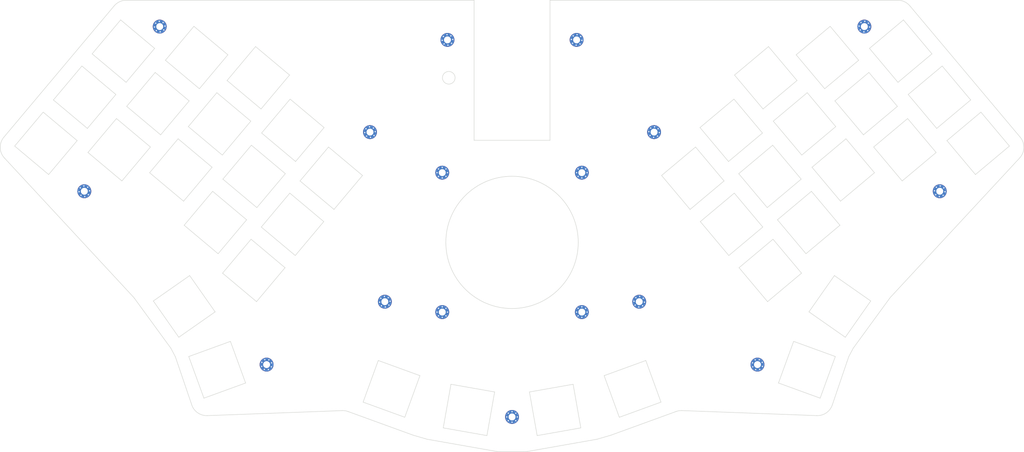
<source format=kicad_pcb>
(kicad_pcb (version 20240108) (generator "pcbnew") (generator_version "8.0")
  (title_block (title "top_plate") (rev "v1.0.0") (company "Unknown"))
  (layers (0 "F.Cu" signal) (31 "B.Cu" signal) (34 "B.Paste" user) (35 "F.Paste" user) (36 "B.SilkS" user "B.Silkscreen") (37 "F.SilkS" user "F.Silkscreen") (38 "B.Mask" user) (39 "F.Mask" user) (44 "Edge.Cuts" user))
  (net 0 "")
  (footprint "MountingHole_2.2mm_M2_Pad_Via" (layer "F.Cu") (at 71.287427 123.214358 -40)
    (property "Reference" "_5" (hide yes))
    (property "Value" "")
    (pad "1" thru_hole circle (at -1.65 -0.000001) (size 0.7 0.7) (drill 0.4) (layers "*.Cu" "*.Mask"))
    (pad "1" thru_hole circle (at -1.166726 -1.166726) (size 0.7 0.7) (drill 0.4) (layers "*.Cu" "*.Mask"))
    (pad "1" thru_hole circle (at -1.166726 1.166726) (size 0.7 0.7) (drill 0.4) (layers "*.Cu" "*.Mask"))
    (pad "1" thru_hole circle (at -0.000001 1.65) (size 0.7 0.7) (drill 0.4) (layers "*.Cu" "*.Mask"))
    (pad "1" thru_hole circle (at 0 0) (size 4.4 4.4) (drill 2.2) (layers "*.Cu" "*.Mask"))
    (pad "1" thru_hole circle (at 0.000001 -1.65) (size 0.7 0.7) (drill 0.4) (layers "*.Cu" "*.Mask"))
    (pad "1" thru_hole circle (at 1.166726 -1.166726) (size 0.7 0.7) (drill 0.4) (layers "*.Cu" "*.Mask"))
    (pad "1" thru_hole circle (at 1.166726 1.166726) (size 0.7 0.7) (drill 0.4) (layers "*.Cu" "*.Mask"))
    (pad "1" thru_hole circle (at 1.65 0.000001) (size 0.7 0.7) (drill 0.4) (layers "*.Cu" "*.Mask"))
  )
  (footprint "MountingHole_2.2mm_M2_Pad_Via" (layer "F.Cu") (at 260.258441 230.196085 70)
    (property "Reference" "_16" (hide yes))
    (property "Value" "")
    (pad "1" thru_hole circle (at -1.65 0) (size 0.7 0.7) (drill 0.4) (layers "*.Cu" "*.Mask"))
    (pad "1" thru_hole circle (at -1.166726 -1.166726) (size 0.7 0.7) (drill 0.4) (layers "*.Cu" "*.Mask"))
    (pad "1" thru_hole circle (at -1.166726 1.166726) (size 0.7 0.7) (drill 0.4) (layers "*.Cu" "*.Mask"))
    (pad "1" thru_hole circle (at 0 -1.65) (size 0.7 0.7) (drill 0.4) (layers "*.Cu" "*.Mask"))
    (pad "1" thru_hole circle (at 0 0) (size 4.4 4.4) (drill 2.2) (layers "*.Cu" "*.Mask"))
    (pad "1" thru_hole circle (at 0 1.65) (size 0.7 0.7) (drill 0.4) (layers "*.Cu" "*.Mask"))
    (pad "1" thru_hole circle (at 1.166726 -1.166726) (size 0.7 0.7) (drill 0.4) (layers "*.Cu" "*.Mask"))
    (pad "1" thru_hole circle (at 1.166726 1.166726) (size 0.7 0.7) (drill 0.4) (layers "*.Cu" "*.Mask"))
    (pad "1" thru_hole circle (at 1.65 0) (size 0.7 0.7) (drill 0.4) (layers "*.Cu" "*.Mask"))
  )
  (footprint "MountingHole_2.2mm_M2_Pad_Via" (layer "F.Cu") (at 142.458063 210.288423 -40)
    (property "Reference" "_9" (hide yes))
    (property "Value" "")
    (pad "1" thru_hole circle (at -1.65 -0.000001) (size 0.7 0.7) (drill 0.4) (layers "*.Cu" "*.Mask"))
    (pad "1" thru_hole circle (at -1.166726 -1.166726) (size 0.7 0.7) (drill 0.4) (layers "*.Cu" "*.Mask"))
    (pad "1" thru_hole circle (at -1.166726 1.166726) (size 0.7 0.7) (drill 0.4) (layers "*.Cu" "*.Mask"))
    (pad "1" thru_hole circle (at -0.000001 1.65) (size 0.7 0.7) (drill 0.4) (layers "*.Cu" "*.Mask"))
    (pad "1" thru_hole circle (at 0 0) (size 4.4 4.4) (drill 2.2) (layers "*.Cu" "*.Mask"))
    (pad "1" thru_hole circle (at 0.000001 -1.65) (size 0.7 0.7) (drill 0.4) (layers "*.Cu" "*.Mask"))
    (pad "1" thru_hole circle (at 1.166726 -1.166726) (size 0.7 0.7) (drill 0.4) (layers "*.Cu" "*.Mask"))
    (pad "1" thru_hole circle (at 1.166726 1.166726) (size 0.7 0.7) (drill 0.4) (layers "*.Cu" "*.Mask"))
    (pad "1" thru_hole circle (at 1.65 0.000001) (size 0.7 0.7) (drill 0.4) (layers "*.Cu" "*.Mask"))
  )
  (footprint "MountingHole_2.2mm_M2_Pad_Via" (layer "F.Cu") (at 294.04632 123.214358 40)
    (property "Reference" "_11" (hide yes))
    (property "Value" "")
    (pad "1" thru_hole circle (at -1.65 0.000001) (size 0.7 0.7) (drill 0.4) (layers "*.Cu" "*.Mask"))
    (pad "1" thru_hole circle (at -1.166726 -1.166726) (size 0.7 0.7) (drill 0.4) (layers "*.Cu" "*.Mask"))
    (pad "1" thru_hole circle (at -1.166726 1.166726) (size 0.7 0.7) (drill 0.4) (layers "*.Cu" "*.Mask"))
    (pad "1" thru_hole circle (at -0.000001 -1.65) (size 0.7 0.7) (drill 0.4) (layers "*.Cu" "*.Mask"))
    (pad "1" thru_hole circle (at 0 0) (size 4.4 4.4) (drill 2.2) (layers "*.Cu" "*.Mask"))
    (pad "1" thru_hole circle (at 0.000001 1.65) (size 0.7 0.7) (drill 0.4) (layers "*.Cu" "*.Mask"))
    (pad "1" thru_hole circle (at 1.166726 -1.166726) (size 0.7 0.7) (drill 0.4) (layers "*.Cu" "*.Mask"))
    (pad "1" thru_hole circle (at 1.166726 1.166726) (size 0.7 0.7) (drill 0.4) (layers "*.Cu" "*.Mask"))
    (pad "1" thru_hole circle (at 1.65 -0.000001) (size 0.7 0.7) (drill 0.4) (layers "*.Cu" "*.Mask"))
  )
  (footprint "MountingHole_2.2mm_M2_Pad_Via" (layer "F.Cu") (at 204.731874 213.578215)
    (property "Reference" "_3" (hide yes))
    (property "Value" "")
    (pad "1" thru_hole circle (at -1.65 0) (size 0.7 0.7) (drill 0.4) (layers "*.Cu" "*.Mask"))
    (pad "1" thru_hole circle (at -1.166726 -1.166726) (size 0.7 0.7) (drill 0.4) (layers "*.Cu" "*.Mask"))
    (pad "1" thru_hole circle (at -1.166726 1.166726) (size 0.7 0.7) (drill 0.4) (layers "*.Cu" "*.Mask"))
    (pad "1" thru_hole circle (at 0 -1.65) (size 0.7 0.7) (drill 0.4) (layers "*.Cu" "*.Mask"))
    (pad "1" thru_hole circle (at 0 0) (size 4.4 4.4) (drill 2.2) (layers "*.Cu" "*.Mask"))
    (pad "1" thru_hole circle (at 0 1.65) (size 0.7 0.7) (drill 0.4) (layers "*.Cu" "*.Mask"))
    (pad "1" thru_hole circle (at 1.166726 -1.166726) (size 0.7 0.7) (drill 0.4) (layers "*.Cu" "*.Mask"))
    (pad "1" thru_hole circle (at 1.166726 1.166726) (size 0.7 0.7) (drill 0.4) (layers "*.Cu" "*.Mask"))
    (pad "1" thru_hole circle (at 1.65 0) (size 0.7 0.7) (drill 0.4) (layers "*.Cu" "*.Mask"))
  )
  (footprint "MountingHole_2.2mm_M2_Pad_Via" (layer "F.Cu") (at 203.081562 127.425628 40)
    (property "Reference" "_14" (hide yes))
    (property "Value" "")
    (pad "1" thru_hole circle (at -1.65 0.000001) (size 0.7 0.7) (drill 0.4) (layers "*.Cu" "*.Mask"))
    (pad "1" thru_hole circle (at -1.166726 -1.166726) (size 0.7 0.7) (drill 0.4) (layers "*.Cu" "*.Mask"))
    (pad "1" thru_hole circle (at -1.166726 1.166726) (size 0.7 0.7) (drill 0.4) (layers "*.Cu" "*.Mask"))
    (pad "1" thru_hole circle (at -0.000001 -1.65) (size 0.7 0.7) (drill 0.4) (layers "*.Cu" "*.Mask"))
    (pad "1" thru_hole circle (at 0 0) (size 4.4 4.4) (drill 2.2) (layers "*.Cu" "*.Mask"))
    (pad "1" thru_hole circle (at 0.000001 1.65) (size 0.7 0.7) (drill 0.4) (layers "*.Cu" "*.Mask"))
    (pad "1" thru_hole circle (at 1.166726 -1.166726) (size 0.7 0.7) (drill 0.4) (layers "*.Cu" "*.Mask"))
    (pad "1" thru_hole circle (at 1.166726 1.166726) (size 0.7 0.7) (drill 0.4) (layers "*.Cu" "*.Mask"))
    (pad "1" thru_hole circle (at 1.65 -0.000001) (size 0.7 0.7) (drill 0.4) (layers "*.Cu" "*.Mask"))
  )
  (footprint "MountingHole_2.2mm_M2_Pad_Via" (layer "F.Cu") (at 47.451142 175.330567 -40)
    (property "Reference" "_6" (hide yes))
    (property "Value" "")
    (pad "1" thru_hole circle (at -1.65 -0.000001) (size 0.7 0.7) (drill 0.4) (layers "*.Cu" "*.Mask"))
    (pad "1" thru_hole circle (at -1.166726 -1.166726) (size 0.7 0.7) (drill 0.4) (layers "*.Cu" "*.Mask"))
    (pad "1" thru_hole circle (at -1.166726 1.166726) (size 0.7 0.7) (drill 0.4) (layers "*.Cu" "*.Mask"))
    (pad "1" thru_hole circle (at -0.000001 1.65) (size 0.7 0.7) (drill 0.4) (layers "*.Cu" "*.Mask"))
    (pad "1" thru_hole circle (at 0 0) (size 4.4 4.4) (drill 2.2) (layers "*.Cu" "*.Mask"))
    (pad "1" thru_hole circle (at 0.000001 -1.65) (size 0.7 0.7) (drill 0.4) (layers "*.Cu" "*.Mask"))
    (pad "1" thru_hole circle (at 1.166726 -1.166726) (size 0.7 0.7) (drill 0.4) (layers "*.Cu" "*.Mask"))
    (pad "1" thru_hole circle (at 1.166726 1.166726) (size 0.7 0.7) (drill 0.4) (layers "*.Cu" "*.Mask"))
    (pad "1" thru_hole circle (at 1.65 0.000001) (size 0.7 0.7) (drill 0.4) (layers "*.Cu" "*.Mask"))
  )
  (footprint "MountingHole_2.2mm_M2_Pad_Via" (layer "F.Cu") (at 160.601874 213.578215)
    (property "Reference" "_4" (hide yes))
    (property "Value" "")
    (pad "1" thru_hole circle (at -1.65 0) (size 0.7 0.7) (drill 0.4) (layers "*.Cu" "*.Mask"))
    (pad "1" thru_hole circle (at -1.166726 -1.166726) (size 0.7 0.7) (drill 0.4) (layers "*.Cu" "*.Mask"))
    (pad "1" thru_hole circle (at -1.166726 1.166726) (size 0.7 0.7) (drill 0.4) (layers "*.Cu" "*.Mask"))
    (pad "1" thru_hole circle (at 0 -1.65) (size 0.7 0.7) (drill 0.4) (layers "*.Cu" "*.Mask"))
    (pad "1" thru_hole circle (at 0 0) (size 4.4 4.4) (drill 2.2) (layers "*.Cu" "*.Mask"))
    (pad "1" thru_hole circle (at 0 1.65) (size 0.7 0.7) (drill 0.4) (layers "*.Cu" "*.Mask"))
    (pad "1" thru_hole circle (at 1.166726 -1.166726) (size 0.7 0.7) (drill 0.4) (layers "*.Cu" "*.Mask"))
    (pad "1" thru_hole circle (at 1.166726 1.166726) (size 0.7 0.7) (drill 0.4) (layers "*.Cu" "*.Mask"))
    (pad "1" thru_hole circle (at 1.65 0) (size 0.7 0.7) (drill 0.4) (layers "*.Cu" "*.Mask"))
  )
  (footprint "MountingHole_2.2mm_M2_Pad_Via" (layer "F.Cu") (at 182.666874 246.758215)
    (property "Reference" "_17" (hide yes))
    (property "Value" "")
    (pad "1" thru_hole circle (at -1.65 0) (size 0.7 0.7) (drill 0.4) (layers "*.Cu" "*.Mask"))
    (pad "1" thru_hole circle (at -1.166726 -1.166726) (size 0.7 0.7) (drill 0.4) (layers "*.Cu" "*.Mask"))
    (pad "1" thru_hole circle (at -1.166726 1.166726) (size 0.7 0.7) (drill 0.4) (layers "*.Cu" "*.Mask"))
    (pad "1" thru_hole circle (at 0 -1.65) (size 0.7 0.7) (drill 0.4) (layers "*.Cu" "*.Mask"))
    (pad "1" thru_hole circle (at 0 0) (size 4.4 4.4) (drill 2.2) (layers "*.Cu" "*.Mask"))
    (pad "1" thru_hole circle (at 0 1.65) (size 0.7 0.7) (drill 0.4) (layers "*.Cu" "*.Mask"))
    (pad "1" thru_hole circle (at 1.166726 -1.166726) (size 0.7 0.7) (drill 0.4) (layers "*.Cu" "*.Mask"))
    (pad "1" thru_hole circle (at 1.166726 1.166726) (size 0.7 0.7) (drill 0.4) (layers "*.Cu" "*.Mask"))
    (pad "1" thru_hole circle (at 1.65 0) (size 0.7 0.7) (drill 0.4) (layers "*.Cu" "*.Mask"))
  )
  (footprint "MountingHole_2.2mm_M2_Pad_Via" (layer "F.Cu") (at 105.075306 230.196085 -70)
    (property "Reference" "_10" (hide yes))
    (property "Value" "")
    (pad "1" thru_hole circle (at -1.65 0) (size 0.7 0.7) (drill 0.4) (layers "*.Cu" "*.Mask"))
    (pad "1" thru_hole circle (at -1.166726 -1.166726) (size 0.7 0.7) (drill 0.4) (layers "*.Cu" "*.Mask"))
    (pad "1" thru_hole circle (at -1.166726 1.166726) (size 0.7 0.7) (drill 0.4) (layers "*.Cu" "*.Mask"))
    (pad "1" thru_hole circle (at 0 -1.65) (size 0.7 0.7) (drill 0.4) (layers "*.Cu" "*.Mask"))
    (pad "1" thru_hole circle (at 0 0) (size 4.4 4.4) (drill 2.2) (layers "*.Cu" "*.Mask"))
    (pad "1" thru_hole circle (at 0 1.65) (size 0.7 0.7) (drill 0.4) (layers "*.Cu" "*.Mask"))
    (pad "1" thru_hole circle (at 1.166726 -1.166726) (size 0.7 0.7) (drill 0.4) (layers "*.Cu" "*.Mask"))
    (pad "1" thru_hole circle (at 1.166726 1.166726) (size 0.7 0.7) (drill 0.4) (layers "*.Cu" "*.Mask"))
    (pad "1" thru_hole circle (at 1.65 0) (size 0.7 0.7) (drill 0.4) (layers "*.Cu" "*.Mask"))
  )
  (footprint "MountingHole_2.2mm_M2_Pad_Via" (layer "F.Cu") (at 204.731874 169.448215)
    (property "Reference" "_1" (hide yes))
    (property "Value" "")
    (pad "1" thru_hole circle (at -1.65 0) (size 0.7 0.7) (drill 0.4) (layers "*.Cu" "*.Mask"))
    (pad "1" thru_hole circle (at -1.166726 -1.166726) (size 0.7 0.7) (drill 0.4) (layers "*.Cu" "*.Mask"))
    (pad "1" thru_hole circle (at -1.166726 1.166726) (size 0.7 0.7) (drill 0.4) (layers "*.Cu" "*.Mask"))
    (pad "1" thru_hole circle (at 0 -1.65) (size 0.7 0.7) (drill 0.4) (layers "*.Cu" "*.Mask"))
    (pad "1" thru_hole circle (at 0 0) (size 4.4 4.4) (drill 2.2) (layers "*.Cu" "*.Mask"))
    (pad "1" thru_hole circle (at 0 1.65) (size 0.7 0.7) (drill 0.4) (layers "*.Cu" "*.Mask"))
    (pad "1" thru_hole circle (at 1.166726 -1.166726) (size 0.7 0.7) (drill 0.4) (layers "*.Cu" "*.Mask"))
    (pad "1" thru_hole circle (at 1.166726 1.166726) (size 0.7 0.7) (drill 0.4) (layers "*.Cu" "*.Mask"))
    (pad "1" thru_hole circle (at 1.65 0) (size 0.7 0.7) (drill 0.4) (layers "*.Cu" "*.Mask"))
  )
  (footprint "MountingHole_2.2mm_M2_Pad_Via" (layer "F.Cu") (at 227.57177 156.611922 40)
    (property "Reference" "_13" (hide yes))
    (property "Value" "")
    (pad "1" thru_hole circle (at -1.65 0.000001) (size 0.7 0.7) (drill 0.4) (layers "*.Cu" "*.Mask"))
    (pad "1" thru_hole circle (at -1.166726 -1.166726) (size 0.7 0.7) (drill 0.4) (layers "*.Cu" "*.Mask"))
    (pad "1" thru_hole circle (at -1.166726 1.166726) (size 0.7 0.7) (drill 0.4) (layers "*.Cu" "*.Mask"))
    (pad "1" thru_hole circle (at -0.000001 -1.65) (size 0.7 0.7) (drill 0.4) (layers "*.Cu" "*.Mask"))
    (pad "1" thru_hole circle (at 0 0) (size 4.4 4.4) (drill 2.2) (layers "*.Cu" "*.Mask"))
    (pad "1" thru_hole circle (at 0.000001 1.65) (size 0.7 0.7) (drill 0.4) (layers "*.Cu" "*.Mask"))
    (pad "1" thru_hole circle (at 1.166726 -1.166726) (size 0.7 0.7) (drill 0.4) (layers "*.Cu" "*.Mask"))
    (pad "1" thru_hole circle (at 1.166726 1.166726) (size 0.7 0.7) (drill 0.4) (layers "*.Cu" "*.Mask"))
    (pad "1" thru_hole circle (at 1.65 -0.000001) (size 0.7 0.7) (drill 0.4) (layers "*.Cu" "*.Mask"))
  )
  (footprint "MountingHole_2.2mm_M2_Pad_Via" (layer "F.Cu") (at 137.761978 156.611922 -40)
    (property "Reference" "_7" (hide yes))
    (property "Value" "")
    (pad "1" thru_hole circle (at -1.65 -0.000001) (size 0.7 0.7) (drill 0.4) (layers "*.Cu" "*.Mask"))
    (pad "1" thru_hole circle (at -1.166726 -1.166726) (size 0.7 0.7) (drill 0.4) (layers "*.Cu" "*.Mask"))
    (pad "1" thru_hole circle (at -1.166726 1.166726) (size 0.7 0.7) (drill 0.4) (layers "*.Cu" "*.Mask"))
    (pad "1" thru_hole circle (at -0.000001 1.65) (size 0.7 0.7) (drill 0.4) (layers "*.Cu" "*.Mask"))
    (pad "1" thru_hole circle (at 0 0) (size 4.4 4.4) (drill 2.2) (layers "*.Cu" "*.Mask"))
    (pad "1" thru_hole circle (at 0.000001 -1.65) (size 0.7 0.7) (drill 0.4) (layers "*.Cu" "*.Mask"))
    (pad "1" thru_hole circle (at 1.166726 -1.166726) (size 0.7 0.7) (drill 0.4) (layers "*.Cu" "*.Mask"))
    (pad "1" thru_hole circle (at 1.166726 1.166726) (size 0.7 0.7) (drill 0.4) (layers "*.Cu" "*.Mask"))
    (pad "1" thru_hole circle (at 1.65 0.000001) (size 0.7 0.7) (drill 0.4) (layers "*.Cu" "*.Mask"))
  )
  (footprint "MountingHole_2.2mm_M2_Pad_Via" (layer "F.Cu") (at 160.601874 169.448215)
    (property "Reference" "_2" (hide yes))
    (property "Value" "")
    (pad "1" thru_hole circle (at -1.65 0) (size 0.7 0.7) (drill 0.4) (layers "*.Cu" "*.Mask"))
    (pad "1" thru_hole circle (at -1.166726 -1.166726) (size 0.7 0.7) (drill 0.4) (layers "*.Cu" "*.Mask"))
    (pad "1" thru_hole circle (at -1.166726 1.166726) (size 0.7 0.7) (drill 0.4) (layers "*.Cu" "*.Mask"))
    (pad "1" thru_hole circle (at 0 -1.65) (size 0.7 0.7) (drill 0.4) (layers "*.Cu" "*.Mask"))
    (pad "1" thru_hole circle (at 0 0) (size 4.4 4.4) (drill 2.2) (layers "*.Cu" "*.Mask"))
    (pad "1" thru_hole circle (at 0 1.65) (size 0.7 0.7) (drill 0.4) (layers "*.Cu" "*.Mask"))
    (pad "1" thru_hole circle (at 1.166726 -1.166726) (size 0.7 0.7) (drill 0.4) (layers "*.Cu" "*.Mask"))
    (pad "1" thru_hole circle (at 1.166726 1.166726) (size 0.7 0.7) (drill 0.4) (layers "*.Cu" "*.Mask"))
    (pad "1" thru_hole circle (at 1.65 0) (size 0.7 0.7) (drill 0.4) (layers "*.Cu" "*.Mask"))
  )
  (footprint "MountingHole_2.2mm_M2_Pad_Via" (layer "F.Cu") (at 317.882605 175.330567 40)
    (property "Reference" "_12" (hide yes))
    (property "Value" "")
    (pad "1" thru_hole circle (at -1.65 0.000001) (size 0.7 0.7) (drill 0.4) (layers "*.Cu" "*.Mask"))
    (pad "1" thru_hole circle (at -1.166726 -1.166726) (size 0.7 0.7) (drill 0.4) (layers "*.Cu" "*.Mask"))
    (pad "1" thru_hole circle (at -1.166726 1.166726) (size 0.7 0.7) (drill 0.4) (layers "*.Cu" "*.Mask"))
    (pad "1" thru_hole circle (at -0.000001 -1.65) (size 0.7 0.7) (drill 0.4) (layers "*.Cu" "*.Mask"))
    (pad "1" thru_hole circle (at 0 0) (size 4.4 4.4) (drill 2.2) (layers "*.Cu" "*.Mask"))
    (pad "1" thru_hole circle (at 0.000001 1.65) (size 0.7 0.7) (drill 0.4) (layers "*.Cu" "*.Mask"))
    (pad "1" thru_hole circle (at 1.166726 -1.166726) (size 0.7 0.7) (drill 0.4) (layers "*.Cu" "*.Mask"))
    (pad "1" thru_hole circle (at 1.166726 1.166726) (size 0.7 0.7) (drill 0.4) (layers "*.Cu" "*.Mask"))
    (pad "1" thru_hole circle (at 1.65 -0.000001) (size 0.7 0.7) (drill 0.4) (layers "*.Cu" "*.Mask"))
  )
  (footprint "MountingHole_2.2mm_M2_Pad_Via" (layer "F.Cu") (at 162.252185 127.425628 -40)
    (property "Reference" "_8" (hide yes))
    (property "Value" "")
    (pad "1" thru_hole circle (at -1.65 -0.000001) (size 0.7 0.7) (drill 0.4) (layers "*.Cu" "*.Mask"))
    (pad "1" thru_hole circle (at -1.166726 -1.166726) (size 0.7 0.7) (drill 0.4) (layers "*.Cu" "*.Mask"))
    (pad "1" thru_hole circle (at -1.166726 1.166726) (size 0.7 0.7) (drill 0.4) (layers "*.Cu" "*.Mask"))
    (pad "1" thru_hole circle (at -0.000001 1.65) (size 0.7 0.7) (drill 0.4) (layers "*.Cu" "*.Mask"))
    (pad "1" thru_hole circle (at 0 0) (size 4.4 4.4) (drill 2.2) (layers "*.Cu" "*.Mask"))
    (pad "1" thru_hole circle (at 0.000001 -1.65) (size 0.7 0.7) (drill 0.4) (layers "*.Cu" "*.Mask"))
    (pad "1" thru_hole circle (at 1.166726 -1.166726) (size 0.7 0.7) (drill 0.4) (layers "*.Cu" "*.Mask"))
    (pad "1" thru_hole circle (at 1.166726 1.166726) (size 0.7 0.7) (drill 0.4) (layers "*.Cu" "*.Mask"))
    (pad "1" thru_hole circle (at 1.65 0.000001) (size 0.7 0.7) (drill 0.4) (layers "*.Cu" "*.Mask"))
  )
  (footprint "MountingHole_2.2mm_M2_Pad_Via" (layer "F.Cu") (at 222.875684 210.288423 40)
    (property "Reference" "_15" (hide yes))
    (property "Value" "")
    (pad "1" thru_hole circle (at -1.65 0.000001) (size 0.7 0.7) (drill 0.4) (layers "*.Cu" "*.Mask"))
    (pad "1" thru_hole circle (at -1.166726 -1.166726) (size 0.7 0.7) (drill 0.4) (layers "*.Cu" "*.Mask"))
    (pad "1" thru_hole circle (at -1.166726 1.166726) (size 0.7 0.7) (drill 0.4) (layers "*.Cu" "*.Mask"))
    (pad "1" thru_hole circle (at -0.000001 -1.65) (size 0.7 0.7) (drill 0.4) (layers "*.Cu" "*.Mask"))
    (pad "1" thru_hole circle (at 0 0) (size 4.4 4.4) (drill 2.2) (layers "*.Cu" "*.Mask"))
    (pad "1" thru_hole circle (at 0.000001 1.65) (size 0.7 0.7) (drill 0.4) (layers "*.Cu" "*.Mask"))
    (pad "1" thru_hole circle (at 1.166726 -1.166726) (size 0.7 0.7) (drill 0.4) (layers "*.Cu" "*.Mask"))
    (pad "1" thru_hole circle (at 1.166726 1.166726) (size 0.7 0.7) (drill 0.4) (layers "*.Cu" "*.Mask"))
    (pad "1" thru_hole circle (at 1.65 -0.000001) (size 0.7 0.7) (drill 0.4) (layers "*.Cu" "*.Mask"))
  )
  (gr_line (start 242.085087 155.177305) (end 251.096969 165.917248) (stroke (width 0.15)) (layer "Edge.Cuts"))
  (gr_line (start 110.902578 199.527331) (end 100.162635 190.515449) (stroke (width 0.15)) (layer "Edge.Cuts"))
  (gr_arc (start 56.889715 116.663652) (mid 58.606846 115.346051) (end 60.719937 114.87759) (stroke (width 0.15)) (layer "Edge.Cuts"))
  (gr_line (start 123.147682 184.934184) (end 112.407739 175.922302) (stroke (width 0.15)) (layer "Edge.Cuts"))
  (gr_line (start 272.49589 132.146411) (end 281.507773 142.886354) (stroke (width 0.15)) (layer "Edge.Cuts"))
  (gr_line (start 48.595823 163.060765) (end 59.335767 172.072648) (stroke (width 0.15)) (layer "Edge.Cuts"))
  (gr_line (start 284.740994 146.739558) (end 293.752877 157.479501) (stroke (width 0.15)) (layer "Edge.Cuts"))
  (gr_line (start 100.162635 190.515449) (end 91.150753 201.255392) (stroke (width 0.15)) (layer "Edge.Cuts"))
  (gr_arc (start 86.340428 246.339241) (mid 83.319379 245.461723) (end 81.42039 242.953614) (stroke (width 0.15)) (layer "Edge.Cuts"))
  (gr_line (start 89.74657 195.103541) (end 98.758452 184.363598) (stroke (width 0.15)) (layer "Edge.Cuts"))
  (gr_line (start 85.26161 240.813049) (end 98.436101 236.017927) (stroke (width 0.15)) (layer "Edge.Cuts"))
  (gr_line (start 211.782067 233.690384) (end 216.577189 246.864875) (stroke (width 0.15)) (layer "Edge.Cuts"))
  (gr_line (start 283.235833 123.134529) (end 272.49589 132.146411) (stroke (width 0.15)) (layer "Edge.Cuts"))
  (gr_line (start 177.163693 238.853229) (end 163.356688 236.418681) (stroke (width 0.15)) (layer "Edge.Cuts"))
  (gr_line (start 201.977059 236.418681) (end 188.170054 238.853229) (stroke (width 0.15)) (layer "Edge.Cuts"))
  (gr_line (start 37.676208 146.437717) (end 48.416151 155.4496) (stroke (width 0.15)) (layer "Edge.Cuts"))
  (gr_line (start 80.332116 154.875464) (end 91.072059 163.887346) (stroke (width 0.15)) (layer "Edge.Cuts"))
  (gr_line (start 115.640961 172.069099) (end 126.380904 181.080981) (stroke (width 0.15)) (layer "Edge.Cuts"))
  (gr_line (start 286.506792 178.480493) (end 297.246735 169.468611) (stroke (width 0.15)) (layer "Edge.Cuts"))
  (gr_line (start 91.072059 163.887346) (end 100.083941 153.147403) (stroke (width 0.15)) (layer "Edge.Cuts"))
  (gr_line (start 60.840927 148.467619) (end 71.58087 157.479501) (stroke (width 0.15)) (layer "Edge.Cuts"))
  (gr_line (start 77.314483 221.543612) (end 88.798994 213.50207) (stroke (width 0.15)) (layer "Edge.Cuts"))
  (gr_line (start 274.261688 163.887346) (end 285.001632 154.875464) (stroke (width 0.15)) (layer "Edge.Cuts"))
  (gr_arc (start 187.450074 257.704647) (mid 187.017612 257.761582) (end 186.581833 257.780608) (stroke (width 0.15)) (layer "Edge.Cuts"))
  (gr_line (start 251.096969 165.917248) (end 261.836912 156.905365) (stroke (width 0.15)) (layer "Edge.Cuts"))
  (gr_line (start 103.317163 149.2942) (end 112.329045 138.554256) (stroke (width 0.15)) (layer "Edge.Cuts"))
  (gr_line (start 271.692769 222.843436) (end 266.897647 236.017927) (stroke (width 0.15)) (layer "Edge.Cuts"))
  (gr_line (start 262.016584 149.2942) (end 272.756528 140.282317) (stroke (width 0.15)) (layer "Edge.Cuts"))
  (gr_line (start 148.756558 246.864875) (end 153.55168 233.690384) (stroke (width 0.15)) (layer "Edge.Cuts"))
  (gr_line (start 101.991674 180.510394) (end 111.003556 169.770451) (stroke (width 0.15)) (layer "Edge.Cuts"))
  (gr_line (start 284.576295 202.017559) (end 276.534753 213.50207) (stroke (width 0.15)) (layer "Edge.Cuts"))
  (gr_line (start 188.170054 238.853229) (end 190.604602 252.660233) (stroke (width 0.15)) (layer "Edge.Cuts"))
  (gr_line (start 160.92214 250.225686) (end 174.729145 252.660233) (stroke (width 0.15)) (layer "Edge.Cuts"))
  (gr_line (start 98.436101 236.017927) (end 93.640978 222.843436) (stroke (width 0.15)) (layer "Edge.Cuts"))
  (gr_line (start 69.272941 210.0591) (end 77.314483 221.543612) (stroke (width 0.15)) (layer "Edge.Cuts"))
  (gr_line (start 266.575295 184.363598) (end 275.587177 195.103541) (stroke (width 0.15)) (layer "Edge.Cuts"))
  (gr_line (start 78.826955 178.480493) (end 87.838837 167.74055) (stroke (width 0.15)) (layer "Edge.Cuts"))
  (gr_line (start 101.890696 210.267274) (end 110.902578 199.527331) (stroke (width 0.15)) (layer "Edge.Cuts"))
  (gr_line (start 238.952843 181.080981) (end 249.692786 172.069099) (stroke (width 0.15)) (layer "Edge.Cuts"))
  (gr_line (start 242.186065 184.934184) (end 251.197947 195.674128) (stroke (width 0.15)) (layer "Edge.Cuts"))
  (gr_line (start 276.534753 213.50207) (end 288.019265 221.543612) (stroke (width 0.15)) (layer "Edge.Cuts"))
  (gr_line (start 296.986098 161.332704) (end 305.997981 172.072648) (stroke (width 0.15)) (layer "Edge.Cuts"))
  (gr_line (start 83.825974 142.886354) (end 92.837857 132.146411) (stroke (width 0.15)) (layer "Edge.Cuts"))
  (gr_line (start 48.416151 155.4496) (end 57.428033 144.709657) (stroke (width 0.15)) (layer "Edge.Cuts"))
  (gr_line (start 68.347649 161.332704) (end 57.607706 152.320822) (stroke (width 0.15)) (layer "Edge.Cuts"))
  (gr_line (start 57.607706 152.320822) (end 48.595823 163.060765) (stroke (width 0.15)) (layer "Edge.Cuts"))
  (gr_line (start 316.737924 163.060765) (end 307.726041 152.320822) (stroke (width 0.15)) (layer "Edge.Cuts"))
  (gr_line (start 286.32712 186.091659) (end 277.315238 175.351715) (stroke (width 0.15)) (layer "Edge.Cuts"))
  (gr_line (start 261.93789 186.662245) (end 252.926008 175.922302) (stroke (width 0.15)) (layer "Edge.Cuts"))
  (gr_line (start 318.645657 135.697774) (end 307.905714 144.709657) (stroke (width 0.15)) (layer "Edge.Cuts"))
  (gr_line (start 240.680904 161.329155) (end 229.940961 170.341038) (stroke (width 0.15)) (layer "Edge.Cuts"))
  (gr_line (start 254.431169 199.527331) (end 263.443051 210.267274) (stroke (width 0.15)) (layer "Edge.Cuts"))
  (gr_line (start 263.744645 129.542374) (end 253.004702 138.554256) (stroke (width 0.15)) (layer "Edge.Cuts"))
  (gr_line (start 112.329045 138.554256) (end 101.589102 129.542374) (stroke (width 0.15)) (layer "Edge.Cuts"))
  (gr_line (start 114.236778 165.917248) (end 123.24866 155.177305) (stroke (width 0.15)) (layer "Edge.Cuts"))
  (gr_line (start 315.412435 131.844571) (end 306.400553 121.104628) (stroke (width 0.15)) (layer "Edge.Cuts"))
  (gr_line (start 101.589102 129.542374) (end 92.57722 140.282317) (stroke (width 0.15)) (layer "Edge.Cuts"))
  (gr_line (start 135.392786 170.341038) (end 124.652843 161.329155) (stroke (width 0.15)) (layer "Edge.Cuts"))
  (gr_line (start 329.1627 170.042746) (end 339.902643 161.030864) (stroke (width 0.15)) (layer "Edge.Cuts"))
  (gr_line (start 22.038247 158.198014) (end 56.889715 116.663652) (stroke (width 0.15)) (layer "Edge.Cuts"))
  (gr_line (start 204.411607 250.225686) (end 201.977059 236.418681) (stroke (width 0.15)) (layer "Edge.Cuts"))
  (gr_line (start 135.582067 242.069752) (end 148.756558 246.864875) (stroke (width 0.15)) (layer "Edge.Cuts"))
  (gr_line (start 281.507773 142.886354) (end 292.247716 133.874472) (stroke (width 0.15)) (layer "Edge.Cuts"))
  (gr_line (start 263.443051 210.267274) (end 274.182994 201.255392) (stroke (width 0.15)) (layer "Edge.Cuts"))
  (gr_line (start 295.480937 137.727675) (end 284.740994 146.739558) (stroke (width 0.15)) (layer "Edge.Cuts"))
  (gr_line (start 87.838837 167.74055) (end 77.098894 158.728667) (stroke (width 0.15)) (layer "Edge.Cuts"))
  (gr_line (start 280.072137 240.813049) (end 284.86726 227.638559) (stroke (width 0.15)) (layer "Edge.Cuts"))
  (gr_line (start 186.581833 257.780608) (end 178.751914 257.780608) (stroke (width 0.15)) (layer "Edge.Cuts"))
  (gr_line (start 277.49491 167.74055) (end 286.506792 178.480493) (stroke (width 0.15)) (layer "Edge.Cuts"))
  (gr_line (start 57.428033 144.709657) (end 46.68809 135.697774) (stroke (width 0.15)) (layer "Edge.Cuts"))
  (gr_line (start 320.150818 159.302803) (end 329.1627 170.042746) (stroke (width 0.15)) (layer "Edge.Cuts"))
  (gr_line (start 252.82503 146.165422) (end 242.085087 155.177305) (stroke (width 0.15)) (layer "Edge.Cuts"))
  (gr_line (start 163.356688 236.418681) (end 160.92214 250.225686) (stroke (width 0.15)) (layer "Edge.Cuts"))
  (gr_line (start 307.726041 152.320822) (end 296.986098 161.332704) (stroke (width 0.15)) (layer "Edge.Cuts"))
  (gr_line (start 343.133079 164.810075) (end 302.416007 208.758496) (stroke (width 0.15)) (layer "Edge.Cuts"))
  (gr_line (start 93.640978 222.843436) (end 80.466488 227.638559) (stroke (width 0.15)) (layer "Edge.Cuts"))
  (gr_line (start 308.444032 116.663652) (end 343.2955 158.198014) (stroke (width 0.15)) (layer "Edge.Cuts"))
  (gr_arc (start 234.497635 245.046032) (mid 235.431565 244.805107) (end 236.394377 244.74798) (stroke (width 0.15)) (layer "Edge.Cuts"))
  (gr_line (start 251.197947 195.674128) (end 261.93789 186.662245) (stroke (width 0.15)) (layer "Edge.Cuts"))
  (gr_line (start 296.060806 210.0591) (end 284.576295 202.017559) (stroke (width 0.15)) (layer "Edge.Cuts"))
  (gr_line (start 100.263613 160.758569) (end 91.251731 171.498512) (stroke (width 0.15)) (layer "Edge.Cuts"))
  (gr_line (start 339.902643 161.030864) (end 330.890761 150.290921) (stroke (width 0.15)) (layer "Edge.Cuts"))
  (gr_arc (start 343.295501 158.198014) (mid 344.463771 161.534737) (end 343.133079 164.810075) (stroke (width 0.15)) (layer "Edge.Cuts"))
  (gr_line (start 80.592753 146.739558) (end 69.85281 137.727675) (stroke (width 0.15)) (layer "Edge.Cuts"))
  (gr_line (start 307.905714 144.709657) (end 316.917596 155.4496) (stroke (width 0.15)) (layer "Edge.Cuts"))
  (gr_line (start 25.431104 161.030864) (end 36.171047 170.042746) (stroke (width 0.15)) (layer "Edge.Cuts"))
  (gr_arc (start 62.917741 208.758496) (mid 63.110445 208.979119) (end 63.289898 209.210649) (stroke (width 0.15)) (layer "Edge.Cuts"))
  (gr_line (start 216.577189 246.864875) (end 229.75168 242.069752) (stroke (width 0.15)) (layer "Edge.Cuts"))
  (gr_line (start 277.315238 175.351715) (end 266.575295 184.363598) (stroke (width 0.15)) (layer "Edge.Cuts"))
  (gr_line (start 126.380904 181.080981) (end 135.392786 170.341038) (stroke (width 0.15)) (layer "Edge.Cuts"))
  (gr_line (start 73.086031 133.874472) (end 83.825974 142.886354) (stroke (width 0.15)) (layer "Edge.Cuts"))
  (gr_line (start 229.75168 242.069752) (end 224.956558 228.895262) (stroke (width 0.15)) (layer "Edge.Cuts"))
  (gr_line (start 272.756528 140.282317) (end 263.744645 129.542374) (stroke (width 0.15)) (layer "Edge.Cuts"))
  (gr_line (start 293.752877 157.479501) (end 304.49282 148.467619) (stroke (width 0.15)) (layer "Edge.Cuts"))
  (gr_line (start 79.006627 186.091659) (end 89.74657 195.103541) (stroke (width 0.15)) (layer "Edge.Cuts"))
  (gr_line (start 74.801317 224.996846) (end 63.289898 209.210649) (stroke (width 0.15)) (layer "Edge.Cuts"))
  (gr_line (start 112.508717 146.165422) (end 103.496835 156.905365) (stroke (width 0.15)) (layer "Edge.Cuts"))
  (gr_line (start 88.798994 213.50207) (end 80.757453 202.017559) (stroke (width 0.15)) (layer "Edge.Cuts"))
  (gr_line (start 60.661255 140.856453) (end 69.673137 130.11651) (stroke (width 0.15)) (layer "Edge.Cuts"))
  (gr_line (start 170.666874 114.87759) (end 170.666874 159.205068) (stroke (width 0.15)) (layer "Edge.Cuts"))
  (gr_line (start 289.104709 227.699472) (end 283.913357 242.953614) (stroke (width 0.15)) (layer "Edge.Cuts"))
  (gr_line (start 194.666874 159.205068) (end 194.666874 114.87759) (stroke (width 0.15)) (layer "Edge.Cuts"))
  (gr_line (start 58.933194 121.104628) (end 49.921312 131.844571) (stroke (width 0.15)) (layer "Edge.Cuts"))
  (gr_line (start 265.171112 190.515449) (end 254.431169 199.527331) (stroke (width 0.15)) (layer "Edge.Cuts"))
  (gr_line (start 177.883673 257.704647) (end 155.801765 253.811011) (stroke (width 0.15)) (layer "Edge.Cuts"))
  (gr_line (start 305.997981 172.072648) (end 316.737924 163.060765) (stroke (width 0.15)) (layer "Edge.Cuts"))
  (gr_line (start 114.1358 195.674128) (end 123.147682 184.934184) (stroke (width 0.15)) (layer "Edge.Cuts"))
  (gr_line (start 266.897647 236.017927) (end 280.072137 240.813049) (stroke (width 0.15)) (layer "Edge.Cuts"))
  (gr_line (start 151.39827 252.530045) (end 130.836112 245.046032) (stroke (width 0.15)) (layer "Edge.Cuts"))
  (gr_line (start 100.083941 153.147403) (end 89.343998 144.135521) (stroke (width 0.15)) (layer "Edge.Cuts"))
  (gr_line (start 59.335767 172.072648) (end 68.347649 161.332704) (stroke (width 0.15)) (layer "Edge.Cuts"))
  (gr_arc (start 283.913357 242.953614) (mid 282.014368 245.461723) (end 278.993319 246.339241) (stroke (width 0.15)) (layer "Edge.Cuts"))
  (gr_line (start 36.171047 170.042746) (end 45.182929 159.302803) (stroke (width 0.15)) (layer "Edge.Cuts"))
  (gr_line (start 91.150753 201.255392) (end 101.890696 210.267274) (stroke (width 0.15)) (layer "Edge.Cuts"))
  (gr_line (start 213.935477 252.530045) (end 209.531982 253.811011) (stroke (width 0.15)) (layer "Edge.Cuts"))
  (gr_line (start 68.087012 169.468611) (end 78.826955 178.480493) (stroke (width 0.15)) (layer "Edge.Cuts"))
  (gr_line (start 275.989749 144.135521) (end 265.249806 153.147403) (stroke (width 0.15)) (layer "Edge.Cuts"))
  (gr_line (start 316.917596 155.4496) (end 327.657539 146.437717) (stroke (width 0.15)) (layer "Edge.Cuts"))
  (gr_line (start 304.672492 140.856453) (end 315.412435 131.844571) (stroke (width 0.15)) (layer "Edge.Cuts"))
  (gr_line (start 124.652843 161.329155) (end 115.640961 172.069099) (stroke (width 0.15)) (layer "Edge.Cuts"))
  (gr_line (start 88.018509 175.351715) (end 79.006627 186.091659) (stroke (width 0.15)) (layer "Edge.Cuts"))
  (gr_line (start 274.082016 171.498512) (end 265.070134 160.758569) (stroke (width 0.15)) (layer "Edge.Cuts"))
  (gr_line (start 265.249806 153.147403) (end 274.261688 163.887346) (stroke (width 0.15)) (layer "Edge.Cuts"))
  (gr_line (start 62.91774 208.758496) (end 22.200668 164.810075) (stroke (width 0.15)) (layer "Edge.Cuts"))
  (gr_line (start 234.497635 245.046032) (end 213.935477 252.530045) (stroke (width 0.15)) (layer "Edge.Cuts"))
  (gr_line (start 92.57722 140.282317) (end 103.317163 149.2942) (stroke (width 0.15)) (layer "Edge.Cuts"))
  (gr_line (start 297.246735 169.468611) (end 288.234853 158.728667) (stroke (width 0.15)) (layer "Edge.Cuts"))
  (gr_line (start 69.673137 130.11651) (end 58.933194 121.104628) (stroke (width 0.15)) (layer "Edge.Cuts"))
  (gr_line (start 80.466488 227.638559) (end 85.26161 240.813049) (stroke (width 0.15)) (layer "Edge.Cuts"))
  (gr_line (start 45.182929 159.302803) (end 34.442986 150.290921) (stroke (width 0.15)) (layer "Edge.Cuts"))
  (gr_line (start 140.377189 228.895262) (end 135.582067 242.069752) (stroke (width 0.15)) (layer "Edge.Cuts"))
  (gr_line (start 288.019265 221.543612) (end 296.060806 210.0591) (stroke (width 0.15)) (layer "Edge.Cuts"))
  (gr_line (start 98.758452 184.363598) (end 88.018509 175.351715) (stroke (width 0.15)) (layer "Edge.Cuts"))
  (gr_line (start 155.801765 253.811011) (end 151.39827 252.530045) (stroke (width 0.15)) (layer "Edge.Cuts"))
  (gr_line (start 49.921312 131.844571) (end 60.661255 140.856453) (stroke (width 0.15)) (layer "Edge.Cuts"))
  (gr_line (start 71.58087 157.479501) (end 80.592753 146.739558) (stroke (width 0.15)) (layer "Edge.Cuts"))
  (gr_line (start 112.407739 175.922302) (end 103.395857 186.662245) (stroke (width 0.15)) (layer "Edge.Cuts"))
  (gr_arc (start 128.93937 244.74798) (mid 129.902182 244.805107) (end 130.836112 245.046032) (stroke (width 0.15)) (layer "Edge.Cuts"))
  (gr_line (start 254.330191 169.770451) (end 263.342073 180.510394) (stroke (width 0.15)) (layer "Edge.Cuts"))
  (gr_line (start 153.55168 233.690384) (end 140.377189 228.895262) (stroke (width 0.15)) (layer "Edge.Cuts"))
  (gr_line (start 194.666874 114.87759) (end 304.61381 114.87759) (stroke (width 0.15)) (layer "Edge.Cuts"))
  (gr_line (start 69.85281 137.727675) (end 60.840927 148.467619) (stroke (width 0.15)) (layer "Edge.Cuts"))
  (gr_line (start 327.657539 146.437717) (end 318.645657 135.697774) (stroke (width 0.15)) (layer "Edge.Cuts"))
  (gr_line (start 128.93937 244.74798) (end 86.340428 246.339241) (stroke (width 0.15)) (layer "Edge.Cuts"))
  (gr_arc (start 302.04385 209.210649) (mid 302.223303 208.979119) (end 302.416007 208.758496) (stroke (width 0.15)) (layer "Edge.Cuts"))
  (gr_line (start 302.043849 209.210649) (end 290.53243 224.996846) (stroke (width 0.15)) (layer "Edge.Cuts"))
  (gr_line (start 123.24866 155.177305) (end 112.508717 146.165422) (stroke (width 0.15)) (layer "Edge.Cuts"))
  (gr_line (start 253.004702 138.554256) (end 262.016584 149.2942) (stroke (width 0.15)) (layer "Edge.Cuts"))
  (gr_line (start 91.251731 171.498512) (end 101.991674 180.510394) (stroke (width 0.15)) (layer "Edge.Cuts"))
  (gr_line (start 330.890761 150.290921) (end 320.150818 159.302803) (stroke (width 0.15)) (layer "Edge.Cuts"))
  (gr_line (start 190.604602 252.660233) (end 204.411607 250.225686) (stroke (width 0.15)) (layer "Edge.Cuts"))
  (gr_line (start 265.070134 160.758569) (end 254.330191 169.770451) (stroke (width 0.15)) (layer "Edge.Cuts"))
  (gr_arc (start 178.751914 257.780608) (mid 178.316135 257.761581) (end 177.883673 257.704647) (stroke (width 0.15)) (layer "Edge.Cuts"))
  (gr_line (start 278.993319 246.339241) (end 236.394377 244.74798) (stroke (width 0.15)) (layer "Edge.Cuts"))
  (gr_line (start 60.719937 114.87759) (end 170.666874 114.87759) (stroke (width 0.15)) (layer "Edge.Cuts"))
  (gr_line (start 295.66061 130.11651) (end 304.672492 140.856453) (stroke (width 0.15)) (layer "Edge.Cuts"))
  (gr_line (start 292.247716 133.874472) (end 283.235833 123.134529) (stroke (width 0.15)) (layer "Edge.Cuts"))
  (gr_line (start 82.097914 123.134529) (end 73.086031 133.874472) (stroke (width 0.15)) (layer "Edge.Cuts"))
  (gr_line (start 209.531982 253.811011) (end 187.450074 257.704647) (stroke (width 0.15)) (layer "Edge.Cuts"))
  (gr_line (start 81.42039 242.953614) (end 76.229038 227.699472) (stroke (width 0.15)) (layer "Edge.Cuts"))
  (gr_line (start 261.836912 156.905365) (end 252.82503 146.165422) (stroke (width 0.15)) (layer "Edge.Cuts"))
  (gr_line (start 103.496835 156.905365) (end 114.236778 165.917248) (stroke (width 0.15)) (layer "Edge.Cuts"))
  (gr_line (start 284.86726 227.638559) (end 271.692769 222.843436) (stroke (width 0.15)) (layer "Edge.Cuts"))
  (gr_line (start 80.757453 202.017559) (end 69.272941 210.0591) (stroke (width 0.15)) (layer "Edge.Cuts"))
  (gr_line (start 288.234853 158.728667) (end 277.49491 167.74055) (stroke (width 0.15)) (layer "Edge.Cuts"))
  (gr_line (start 224.956558 228.895262) (end 211.782067 233.690384) (stroke (width 0.15)) (layer "Edge.Cuts"))
  (gr_arc (start 22.200668 164.810074) (mid 20.869977 161.534737) (end 22.038247 158.198014) (stroke (width 0.15)) (layer "Edge.Cuts"))
  (gr_line (start 34.442986 150.290921) (end 25.431104 161.030864) (stroke (width 0.15)) (layer "Edge.Cuts"))
  (gr_line (start 92.837857 132.146411) (end 82.097914 123.134529) (stroke (width 0.15)) (layer "Edge.Cuts"))
  (gr_line (start 46.68809 135.697774) (end 37.676208 146.437717) (stroke (width 0.15)) (layer "Edge.Cuts"))
  (gr_arc (start 304.61381 114.87759) (mid 306.726901 115.346051) (end 308.444032 116.663652) (stroke (width 0.15)) (layer "Edge.Cuts"))
  (gr_line (start 252.926008 175.922302) (end 242.186065 184.934184) (stroke (width 0.15)) (layer "Edge.Cuts"))
  (gr_line (start 249.692786 172.069099) (end 240.680904 161.329155) (stroke (width 0.15)) (layer "Edge.Cuts"))
  (gr_line (start 76.229038 227.699472) (end 74.801317 224.996846) (stroke (width 0.15)) (layer "Edge.Cuts"))
  (gr_line (start 275.587177 195.103541) (end 286.32712 186.091659) (stroke (width 0.15)) (layer "Edge.Cuts"))
  (gr_line (start 285.001632 154.875464) (end 275.989749 144.135521) (stroke (width 0.15)) (layer "Edge.Cuts"))
  (gr_line (start 263.342073 180.510394) (end 274.082016 171.498512) (stroke (width 0.15)) (layer "Edge.Cuts"))
  (gr_line (start 306.400553 121.104628) (end 295.66061 130.11651) (stroke (width 0.15)) (layer "Edge.Cuts"))
  (gr_line (start 229.940961 170.341038) (end 238.952843 181.080981) (stroke (width 0.15)) (layer "Edge.Cuts"))
  (gr_line (start 103.395857 186.662245) (end 114.1358 195.674128) (stroke (width 0.15)) (layer "Edge.Cuts"))
  (gr_line (start 77.098894 158.728667) (end 68.087012 169.468611) (stroke (width 0.15)) (layer "Edge.Cuts"))
  (gr_line (start 89.343998 144.135521) (end 80.332116 154.875464) (stroke (width 0.15)) (layer "Edge.Cuts"))
  (gr_circle (center 162.666874 139.418287) (end 164.666874 139.418287) (stroke (width 0.15)) (fill none) (layer "Edge.Cuts"))
  (gr_line (start 290.53243 224.996846) (end 289.104709 227.699472) (stroke (width 0.15)) (layer "Edge.Cuts"))
  (gr_line (start 304.49282 148.467619) (end 295.480937 137.727675) (stroke (width 0.15)) (layer "Edge.Cuts"))
  (gr_line (start 174.729145 252.660233) (end 177.163693 238.853229) (stroke (width 0.15)) (layer "Edge.Cuts"))
  (gr_line (start 111.003556 169.770451) (end 100.263613 160.758569) (stroke (width 0.15)) (layer "Edge.Cuts"))
  (gr_line (start 274.182994 201.255392) (end 265.171112 190.515449) (stroke (width 0.15)) (layer "Edge.Cuts"))
  (gr_line (start 170.666874 159.205068) (end 194.666874 159.205068) (stroke (width 0.15)) (layer "Edge.Cuts"))
  (gr_circle (center 182.666874 191.513215) (end 203.596874 191.513215) (stroke (width 0.15)) (fill none) (layer "Edge.Cuts"))
)
</source>
